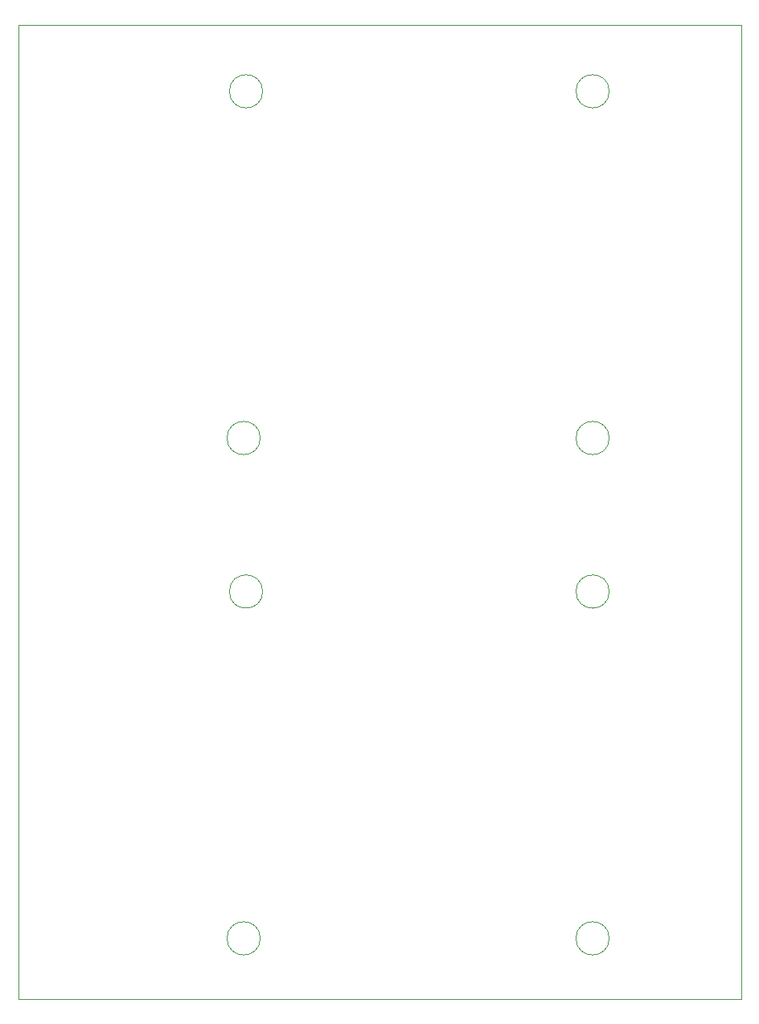
<source format=gbr>
%TF.GenerationSoftware,KiCad,Pcbnew,8.0.6-8.0.6-0~ubuntu24.04.1*%
%TF.CreationDate,2024-11-30T08:39:12+01:00*%
%TF.ProjectId,Rover,526f7665-722e-46b6-9963-61645f706362,rev?*%
%TF.SameCoordinates,Original*%
%TF.FileFunction,Profile,NP*%
%FSLAX46Y46*%
G04 Gerber Fmt 4.6, Leading zero omitted, Abs format (unit mm)*
G04 Created by KiCad (PCBNEW 8.0.6-8.0.6-0~ubuntu24.04.1) date 2024-11-30 08:39:12*
%MOMM*%
%LPD*%
G01*
G04 APERTURE LIST*
%TA.AperFunction,Profile*%
%ADD10C,0.050000*%
%TD*%
G04 APERTURE END LIST*
D10*
X88898046Y-46009677D02*
X165000000Y-46009677D01*
X165000000Y-148601954D01*
X88898046Y-148601954D01*
X88898046Y-46009677D01*
%TO.C,U3*%
X114374578Y-142177381D02*
G75*
G02*
X110874578Y-142177381I-1750000J0D01*
G01*
X110874578Y-142177381D02*
G75*
G02*
X114374578Y-142177381I1750000J0D01*
G01*
X114624578Y-105677381D02*
G75*
G02*
X111124578Y-105677381I-1750000J0D01*
G01*
X111124578Y-105677381D02*
G75*
G02*
X114624578Y-105677381I1750000J0D01*
G01*
X151124578Y-105677381D02*
G75*
G02*
X147624578Y-105677381I-1750000J0D01*
G01*
X147624578Y-105677381D02*
G75*
G02*
X151124578Y-105677381I1750000J0D01*
G01*
X151124578Y-142177381D02*
G75*
G02*
X147624578Y-142177381I-1750000J0D01*
G01*
X147624578Y-142177381D02*
G75*
G02*
X151124578Y-142177381I1750000J0D01*
G01*
%TO.C,U2*%
X114374578Y-89518352D02*
G75*
G02*
X110874578Y-89518352I-1750000J0D01*
G01*
X110874578Y-89518352D02*
G75*
G02*
X114374578Y-89518352I1750000J0D01*
G01*
X114624578Y-53018352D02*
G75*
G02*
X111124578Y-53018352I-1750000J0D01*
G01*
X111124578Y-53018352D02*
G75*
G02*
X114624578Y-53018352I1750000J0D01*
G01*
X151124578Y-53018352D02*
G75*
G02*
X147624578Y-53018352I-1750000J0D01*
G01*
X147624578Y-53018352D02*
G75*
G02*
X151124578Y-53018352I1750000J0D01*
G01*
X151124578Y-89518352D02*
G75*
G02*
X147624578Y-89518352I-1750000J0D01*
G01*
X147624578Y-89518352D02*
G75*
G02*
X151124578Y-89518352I1750000J0D01*
G01*
%TD*%
M02*

</source>
